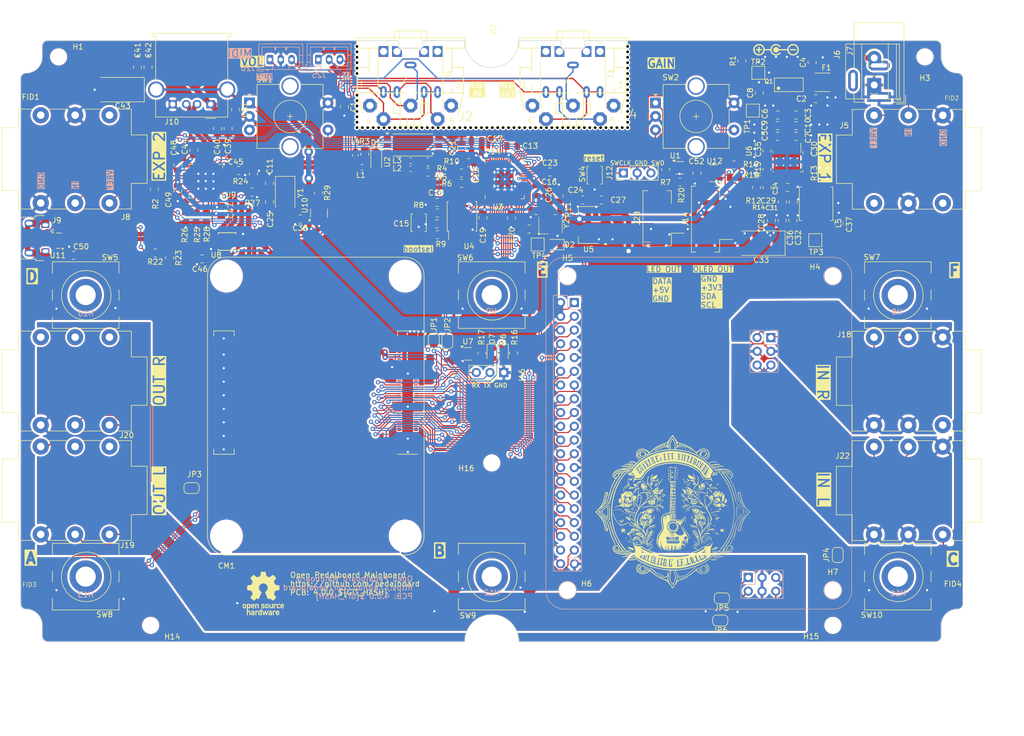
<source format=kicad_pcb>
(kicad_pcb
	(version 20240108)
	(generator "pcbnew")
	(generator_version "8.0")
	(general
		(thickness 1.6)
		(legacy_teardrops no)
	)
	(paper "A4")
	(title_block
		(title "Open Pedalboard Mainboard")
		(date "2024-10-16")
		(rev "4.0.0")
		(company "https://github.com/pedalboard")
		(comment 1 "Source Code: https://github.com/pedalboard/pedalboard-hw")
		(comment 2 "License: CERN Open Hardware Licence Version 2 - Permissive")
		(comment 3 "Git commit hash: ${GIT_HASH} ")
	)
	(layers
		(0 "F.Cu" signal)
		(31 "B.Cu" signal)
		(32 "B.Adhes" user "B.Adhesive")
		(33 "F.Adhes" user "F.Adhesive")
		(34 "B.Paste" user)
		(35 "F.Paste" user)
		(36 "B.SilkS" user "B.Silkscreen")
		(37 "F.SilkS" user "F.Silkscreen")
		(38 "B.Mask" user)
		(39 "F.Mask" user)
		(40 "Dwgs.User" user "User.Drawings")
		(41 "Cmts.User" user "User.Comments")
		(42 "Eco1.User" user "User.Eco1")
		(43 "Eco2.User" user "User.Eco2")
		(44 "Edge.Cuts" user)
		(45 "Margin" user)
		(46 "B.CrtYd" user "B.Courtyard")
		(47 "F.CrtYd" user "F.Courtyard")
		(48 "B.Fab" user)
		(49 "F.Fab" user)
		(50 "User.1" user)
		(51 "User.2" user)
		(52 "User.3" user)
		(53 "User.4" user)
		(54 "User.5" user)
		(55 "User.6" user)
		(56 "User.7" user)
		(57 "User.8" user)
		(58 "User.9" user)
	)
	(setup
		(stackup
			(layer "F.SilkS"
				(type "Top Silk Screen")
			)
			(layer "F.Paste"
				(type "Top Solder Paste")
			)
			(layer "F.Mask"
				(type "Top Solder Mask")
				(thickness 0.01)
			)
			(layer "F.Cu"
				(type "copper")
				(thickness 0.035)
			)
			(layer "dielectric 1"
				(type "core")
				(thickness 1.51)
				(material "FR4")
				(epsilon_r 4.5)
				(loss_tangent 0.02)
			)
			(layer "B.Cu"
				(type "copper")
				(thickness 0.035)
			)
			(layer "B.Mask"
				(type "Bottom Solder Mask")
				(thickness 0.01)
			)
			(layer "B.Paste"
				(type "Bottom Solder Paste")
			)
			(layer "B.SilkS"
				(type "Bottom Silk Screen")
			)
			(copper_finish "None")
			(dielectric_constraints no)
		)
		(pad_to_mask_clearance 0)
		(allow_soldermask_bridges_in_footprints no)
		(aux_axis_origin 18.005615 130.994385)
		(grid_origin 18 20)
		(pcbplotparams
			(layerselection 0x00010fc_ffffffff)
			(plot_on_all_layers_selection 0x0000000_00000000)
			(disableapertmacros no)
			(usegerberextensions no)
			(usegerberattributes yes)
			(usegerberadvancedattributes yes)
			(creategerberjobfile yes)
			(dashed_line_dash_ratio 12.000000)
			(dashed_line_gap_ratio 3.000000)
			(svgprecision 4)
			(plotframeref no)
			(viasonmask no)
			(mode 1)
			(useauxorigin no)
			(hpglpennumber 1)
			(hpglpenspeed 20)
			(hpglpendiameter 15.000000)
			(pdf_front_fp_property_popups yes)
			(pdf_back_fp_property_popups yes)
			(dxfpolygonmode yes)
			(dxfimperialunits yes)
			(dxfusepcbnewfont yes)
			(psnegative no)
			(psa4output no)
			(plotreference yes)
			(plotvalue yes)
			(plotfptext yes)
			(plotinvisibletext no)
			(sketchpadsonfab no)
			(subtractmaskfromsilk no)
			(outputformat 1)
			(mirror no)
			(drillshape 1)
			(scaleselection 1)
			(outputdirectory "")
		)
	)
	(net 0 "")
	(net 1 "GND")
	(net 2 "Net-(J25-Pin_2)")
	(net 3 "/LEDs/RGB_DATA")
	(net 4 "Net-(C30-Pad1)")
	(net 5 "Net-(C26-Pad1)")
	(net 6 "Net-(U9-XTALIN{slash}CLKIN)")
	(net 7 "+3V3")
	(net 8 "+1V1")
	(net 9 "/Audio/CM4_GPIO13")
	(net 10 "/Audio/CM4_GPIO16")
	(net 11 "/Audio/conf_i2c_sda")
	(net 12 "/Audio/conf_i2c_scl")
	(net 13 "/MIDI/EXT_MIDI_RX")
	(net 14 "/MIDI/EXT_MIDI_TX")
	(net 15 "/Audio/audio_pcm_clk")
	(net 16 "/Audio/audio_in_stereo")
	(net 17 "/MIDI/XIN")
	(net 18 "Net-(U9-XTALOUT)")
	(net 19 "/MIDI/A_EXP1")
	(net 20 "unconnected-(CM1A-Ethernet_Pair3_P-Pad3)")
	(net 21 "/MIDI/~{USB_BOOT}")
	(net 22 "unconnected-(CM1A-Ethernet_Pair1_P-Pad4)")
	(net 23 "/MIDI/SWCLK")
	(net 24 "/Power Supply/polarity_checked")
	(net 25 "/Audio/audio_pcm_fs")
	(net 26 "/Audio/audio_out_stereo")
	(net 27 "/Audio/audio_pcm_din")
	(net 28 "/Audio/audio_pcm_dout")
	(net 29 "unconnected-(CM1A-Ethernet_Pair3_N-Pad5)")
	(net 30 "unconnected-(CM1A-Ethernet_Pair1_N-Pad6)")
	(net 31 "unconnected-(CM1A-Ethernet_Pair2_N-Pad9)")
	(net 32 "unconnected-(CM1A-Ethernet_Pair0_N-Pad10)")
	(net 33 "unconnected-(CM1A-Ethernet_Pair2_P-Pad11)")
	(net 34 "unconnected-(CM1A-Ethernet_Pair0_P-Pad12)")
	(net 35 "unconnected-(CM1A-Ethernet_nLED3(3.3v)-Pad15)")
	(net 36 "unconnected-(CM1A-Ethernet_SYNC_IN(1.8v)-Pad16)")
	(net 37 "unconnected-(CM1A-Ethernet_nLED2(3.3v)-Pad17)")
	(net 38 "unconnected-(CM1A-Ethernet_SYNC_OUT(1.8v)-Pad18)")
	(net 39 "unconnected-(CM1A-Ethernet_nLED1(3.3v)-Pad19)")
	(net 40 "/MIDI/SW_D")
	(net 41 "/MIDI/SW_E")
	(net 42 "/MIDI/SW_F")
	(net 43 "/MIDI/SW_A")
	(net 44 "/MIDI/SW_B")
	(net 45 "/MIDI/SW_C")
	(net 46 "/MIDI/ROT_VOL_A")
	(net 47 "/MIDI/ROT_VOL_B")
	(net 48 "/MIDI/SW_VOL")
	(net 49 "/MIDI/ROT_GAIN_A")
	(net 50 "/MIDI/ROT_GAIN_B")
	(net 51 "/MIDI/SW_GAIN")
	(net 52 "Net-(C31-Pad1)")
	(net 53 "Net-(U6-COMP)")
	(net 54 "unconnected-(CM1A-EEPROM_nWP-Pad20)")
	(net 55 "unconnected-(CM1A-SD_CLK-Pad57)")
	(net 56 "unconnected-(CM1A-SD_DAT3-Pad61)")
	(net 57 "Net-(L3-Pad2)")
	(net 58 "Net-(U6-FB)")
	(net 59 "unconnected-(CM1A-SD_CMD-Pad62)")
	(net 60 "unconnected-(CM1A-SD_DAT0-Pad63)")
	(net 61 "unconnected-(CM1A-SD_DAT5-Pad64)")
	(net 62 "Net-(D6-A)")
	(net 63 "Net-(D7-K)")
	(net 64 "unconnected-(CM1A-SD_DAT1-Pad67)")
	(net 65 "/Audio/in_R-")
	(net 66 "/Audio/GND_in_R")
	(net 67 "/Audio/in_R+")
	(net 68 "/Audio/in_L-")
	(net 69 "/Audio/GND_in_L")
	(net 70 "/Audio/in_L+")
	(net 71 "/Audio/GND_out")
	(net 72 "unconnected-(CM1A-SD_DAT4-Pad68)")
	(net 73 "unconnected-(CM1A-SD_DAT2-Pad69)")
	(net 74 "/Power Supply/fused")
	(net 75 "+5VP")
	(net 76 "unconnected-(CM1A-SD_DAT7-Pad70)")
	(net 77 "unconnected-(CM1A-SD_DAT6-Pad72)")
	(net 78 "unconnected-(CM1A-SD_VDD_Override-Pad73)")
	(net 79 "/MIDI/SWD")
	(net 80 "/Power Supply/unfused")
	(net 81 "unconnected-(CM1A-SD_PWR_ON-Pad75)")
	(net 82 "unconnected-(CM1A-Reserved-Pad76)")
	(net 83 "unconnected-(CM1A-SCL0-Pad80)")
	(net 84 "unconnected-(CM1A-SDA0-Pad82)")
	(net 85 "unconnected-(CM1A-+1.8v_(Output)-Pad88)")
	(net 86 "unconnected-(CM1A-WiFi_nDisable-Pad89)")
	(net 87 "unconnected-(CM1A-+1.8v_(Output)-Pad90)")
	(net 88 "unconnected-(CM1A-BT_nDisable-Pad91)")
	(net 89 "unconnected-(CM1A-RUN_PG-Pad92)")
	(net 90 "unconnected-(CM1A-nRPIBOOT-Pad93)")
	(net 91 "Net-(D7-A)")
	(net 92 "unconnected-(CM1A-AnalogIP1-Pad94)")
	(net 93 "unconnected-(CM1A-AnalogIP0-Pad96)")
	(net 94 "unconnected-(CM1A-Camera_GPIO-Pad97)")
	(net 95 "/Audio/CM4_3V")
	(net 96 "/Audio/CM4_GPIO6")
	(net 97 "/Audio/CM4_GPIO12")
	(net 98 "/Audio/CM4_GPIO5")
	(net 99 "/Audio/CM4_ID_SC")
	(net 100 "/Audio/CM4_ID_SD")
	(net 101 "/Audio/CM4_GPIO7")
	(net 102 "/Audio/CM4_GPIO11")
	(net 103 "/Audio/CM4_GPIO8")
	(net 104 "/Audio/CM4_GPIO9")
	(net 105 "/Audio/CM4_GPIO25")
	(net 106 "/Audio/CM4_GPIO10")
	(net 107 "/Audio/CM4_GPIO24")
	(net 108 "/Audio/CM4_GPIO22")
	(net 109 "/Audio/CM4_GPIO23")
	(net 110 "/Audio/CM4_GPIO17")
	(net 111 "/Audio/INT_MIDI_RX")
	(net 112 "/Audio/CM4_GPIO4")
	(net 113 "/Audio/INT_MIDI_TX")
	(net 114 "unconnected-(CM1A-Global_EN-Pad99)")
	(net 115 "unconnected-(CM1B-PCIe_CLK_nREQ-Pad102)")
	(net 116 "unconnected-(CM1B-Reserved-Pad104)")
	(net 117 "unconnected-(CM1B-Reserved-Pad106)")
	(net 118 "unconnected-(CM1B-PCIe_nRST-Pad109)")
	(net 119 "unconnected-(CM1B-PCIe_CLK_P-Pad110)")
	(net 120 "unconnected-(CM1B-VDAC_COMP-Pad111)")
	(net 121 "unconnected-(CM1B-PCIe_CLK_N-Pad112)")
	(net 122 "unconnected-(CM1B-CAM1_D0_N-Pad115)")
	(net 123 "unconnected-(CM1B-PCIe_RX_P-Pad116)")
	(net 124 "unconnected-(CM1B-CAM1_D0_P-Pad117)")
	(net 125 "unconnected-(CM1B-PCIe_RX_N-Pad118)")
	(net 126 "unconnected-(CM1B-CAM1_D1_N-Pad121)")
	(net 127 "/Audio/CM4_LED_ACT")
	(net 128 "unconnected-(CM1B-PCIe_TX_P-Pad122)")
	(net 129 "unconnected-(CM1B-CAM1_D1_P-Pad123)")
	(net 130 "unconnected-(CM1B-PCIe_TX_N-Pad124)")
	(net 131 "unconnected-(CM1B-CAM1_C_N-Pad127)")
	(net 132 "unconnected-(CM1B-CAM0_D0_N-Pad128)")
	(net 133 "unconnected-(CM1B-CAM1_C_P-Pad129)")
	(net 134 "unconnected-(CM1B-CAM0_D0_P-Pad130)")
	(net 135 "unconnected-(CM1B-CAM1_D2_N-Pad133)")
	(net 136 "unconnected-(CM1B-CAM0_D1_N-Pad134)")
	(net 137 "unconnected-(CM1B-CAM1_D2_P-Pad135)")
	(net 138 "unconnected-(CM1B-CAM0_D1_P-Pad136)")
	(net 139 "unconnected-(CM1B-CAM1_D3_N-Pad139)")
	(net 140 "unconnected-(CM1B-CAM0_C_N-Pad140)")
	(net 141 "unconnected-(CM1B-CAM1_D3_P-Pad141)")
	(net 142 "unconnected-(CM1B-CAM0_C_P-Pad142)")
	(net 143 "unconnected-(CM1B-HDMI1_HOTPLUG-Pad143)")
	(net 144 "unconnected-(CM1B-HDMI1_SDA-Pad145)")
	(net 145 "unconnected-(CM1B-HDMI1_TX2_P-Pad146)")
	(net 146 "unconnected-(CM1B-HDMI1_SCL-Pad147)")
	(net 147 "unconnected-(CM1B-HDMI1_TX2_N-Pad148)")
	(net 148 "unconnected-(CM1B-HDMI1_CEC-Pad149)")
	(net 149 "unconnected-(CM1B-HDMI0_CEC-Pad151)")
	(net 150 "unconnected-(CM1B-HDMI1_TX1_P-Pad152)")
	(net 151 "unconnected-(CM1B-HDMI0_HOTPLUG-Pad153)")
	(net 152 "unconnected-(CM1B-HDMI1_TX1_N-Pad154)")
	(net 153 "unconnected-(CM1B-DSI0_D0_N-Pad157)")
	(net 154 "/MIDI/A_EXP2")
	(net 155 "unconnected-(CM1B-HDMI1_TX0_P-Pad158)")
	(net 156 "unconnected-(CM1B-DSI0_D0_P-Pad159)")
	(net 157 "unconnected-(CM1B-HDMI1_TX0_N-Pad160)")
	(net 158 "unconnected-(CM1B-DSI0_D1_N-Pad163)")
	(net 159 "unconnected-(CM1B-HDMI1_CLK_P-Pad164)")
	(net 160 "unconnected-(CM1B-DSI0_D1_P-Pad165)")
	(net 161 "unconnected-(CM1B-HDMI1_CLK_N-Pad166)")
	(net 162 "unconnected-(CM1B-DSI0_C_N-Pad169)")
	(net 163 "unconnected-(CM1B-HDMI0_TX2_P-Pad170)")
	(net 164 "unconnected-(CM1B-DSI0_C_P-Pad171)")
	(net 165 "unconnected-(CM1B-HDMI0_TX2_N-Pad172)")
	(net 166 "unconnected-(CM1B-DSI1_D0_N-Pad175)")
	(net 167 "unconnected-(CM1B-HDMI0_TX1_P-Pad176)")
	(net 168 "unconnected-(CM1B-DSI1_D0_P-Pad177)")
	(net 169 "unconnected-(CM1B-HDMI0_TX1_N-Pad178)")
	(net 170 "unconnected-(CM1B-DSI1_D1_N-Pad181)")
	(net 171 "unconnected-(CM1B-HDMI0_TX0_P-Pad182)")
	(net 172 "unconnected-(CM1B-DSI1_D1_P-Pad183)")
	(net 173 "unconnected-(CM1B-HDMI0_TX0_N-Pad184)")
	(net 174 "unconnected-(CM1B-DSI1_C_N-Pad187)")
	(net 175 "unconnected-(CM1B-HDMI0_CLK_P-Pad188)")
	(net 176 "unconnected-(CM1B-DSI1_C_P-Pad189)")
	(net 177 "unconnected-(CM1B-HDMI0_CLK_N-Pad190)")
	(net 178 "unconnected-(CM1B-DSI1_D2_N-Pad193)")
	(net 179 "unconnected-(CM1B-DSI1_D3_N-Pad194)")
	(net 180 "unconnected-(CM1B-DSI1_D2_P-Pad195)")
	(net 181 "unconnected-(CM1B-DSI1_D3_P-Pad196)")
	(net 182 "unconnected-(CM1B-HDMI0_SDA-Pad199)")
	(net 183 "unconnected-(CM1B-HDMI0_SCL-Pad200)")
	(net 184 "Net-(D1-K)")
	(net 185 "Net-(D1-A)")
	(net 186 "Net-(J25-Pin_1)")
	(net 187 "Net-(J25-Pin_3)")
	(net 188 "Net-(U6-BST)")
	(net 189 "Net-(J26-Pin_1)")
	(net 190 "Net-(U6-SS)")
	(net 191 "Net-(J26-Pin_3)")
	(net 192 "unconnected-(J8-PadSN)")
	(net 193 "unconnected-(J2-Pad1)")
	(net 194 "unconnected-(J2-Pad3)")
	(net 195 "Net-(J8-PadT)")
	(net 196 "unconnected-(J8-PadTN)")
	(net 197 "/Connectivity/VBUS")
	(net 198 "Net-(JP6-B)")
	(net 199 "unconnected-(J4-Pad1)")
	(net 200 "unconnected-(J19-PadRN)")
	(net 201 "Net-(J27-out_L)")
	(net 202 "unconnected-(J19-PadTN)")
	(net 203 "Net-(JP5-B)")
	(net 204 "Net-(JP3-A)")
	(net 205 "unconnected-(J20-PadRN)")
	(net 206 "unconnected-(J20-PadSN)")
	(net 207 "Net-(J27-out_R)")
	(net 208 "Net-(JP4-A)")
	(net 209 "unconnected-(J20-PadTN)")
	(net 210 "Net-(JP1-B)")
	(net 211 "Net-(JP2-B)")
	(net 212 "Net-(L2-Pad2)")
	(net 213 "/Audio/CM4_LED_PWR")
	(net 214 "Net-(JP6-A)")
	(net 215 "Net-(JP5-A)")
	(net 216 "Net-(L4-Pad2)")
	(net 217 "unconnected-(J4-Pad3)")
	(net 218 "Net-(U3-USB_DP)")
	(net 219 "Net-(U1-A)")
	(net 220 "/MIDI/XOUT")
	(net 221 "/MIDI/QSPI_SCLK")
	(net 222 "/MIDI/QSPI_SS")
	(net 223 "/MIDI/QSPI_SD1")
	(net 224 "/MIDI/QSPI_SD2")
	(net 225 "/MIDI/QSPI_SD0")
	(net 226 "/MIDI/QSPI_SD3")
	(net 227 "Net-(U3-USB_DM)")
	(net 228 "Net-(U3-RUN)")
	(net 229 "unconnected-(U2-NC-Pad2)")
	(net 230 "Net-(D2-A)")
	(net 231 "unconnected-(U3-GPIO12-Pad15)")
	(net 232 "unconnected-(U3-GPIO13-Pad16)")
	(net 233 "/MIDI/I2C_SCL")
	(net 234 "/MIDI/I2C_SDA")
	(net 235 "unconnected-(U3-GPIO14-Pad17)")
	(net 236 "unconnected-(U3-GPIO15-Pad18)")
	(net 237 "unconnected-(J5-PadSN)")
	(net 238 "Net-(J5-PadT)")
	(net 239 "unconnected-(J5-PadTN)")
	(net 240 "unconnected-(J7-Pad3)")
	(net 241 "unconnected-(J18-PadSN)")
	(net 242 "unconnected-(U3-GPIO22-Pad34)")
	(net 243 "/Power Supply/switch")
	(net 244 "unconnected-(U3-GPIO23-Pad35)")
	(net 245 "unconnected-(U3-GPIO26_ADC0-Pad38)")
	(net 246 "unconnected-(U3-GPIO29_ADC3-Pad41)")
	(net 247 "Net-(J28-Pin_3)")
	(net 248 "Net-(U1-Y)")
	(net 249 "Net-(U3-GPIO10)")
	(net 250 "Net-(CM1B-USB_OTG_ID)")
	(net 251 "Net-(J9-VBUS)")
	(net 252 "Net-(U9-RBIAS)")
	(net 253 "Net-(U9-SCL{slash}SMBCLK{slash}CFG_SEL0)")
	(net 254 "Net-(U9-SDA{slash}SMBDATA{slash}NON_REM1)")
	(net 255 "Net-(U9-SUSP_IND{slash}LOCAL_PWR{slash}NON_REM0)")
	(net 256 "Net-(U9-HS_IND{slash}CFG_SEL1)")
	(net 257 "Net-(U10-ILIM)")
	(net 258 "/Audio/nEXTRST")
	(net 259 "/Connectivity/nOCS1")
	(net 260 "unconnected-(U9-TEST-Pad11)")
	(net 261 "Net-(U10-EN)")
	(net 262 "unconnected-(U9-PLLFILT-Pad34)")
	(net 263 "unconnected-(U9-USBDM_DN3{slash}PRT_DIS_M3-Pad6)")
	(net 264 "unconnected-(U9-CRFILT-Pad14)")
	(net 265 "unconnected-(U9-PRTPWR2{slash}BC_EN2-Pad16)")
	(net 266 "unconnected-(U9-PRTPWR4{slash}BC_EN4-Pad20)")
	(net 267 "unconnected-(U9-USBDP_DN3{slash}PRT_DIS_P3-Pad7)")
	(net 268 "unconnected-(U9-USBDM_DN4{slash}PRT_DIS_M4-Pad8)")
	(net 269 "unconnected-(U9-PRTPWR3{slash}BC_EN3-Pad18)")
	(net 270 "unconnected-(J9-ID-Pad4)")
	(net 271 "unconnected-(U9-USBDP_DN4{slash}PRT_DIS_P4-Pad9)")
	(net 272 "/Connectivity/USB_CM_N")
	(net 273 "/Connectivity/USB_CM_P")
	(net 274 "Net-(J9-Shield)")
	(net 275 "Net-(J10-Shield)")
	(net 276 "/Connectivity/USB_OUT_N")
	(net 277 "/Connectivity/USB_OUT_P")
	(net 278 "/Connectivity/USB_RP_P")
	(net 279 "/Connectivity/USB_RP_N")
	(net 280 "/Connectivity/USB_UP_P")
	(net 281 "/Connectivity/USB_UP_N")
	(net 282 "/Connectivity/USB_D_P")
	(net 283 "/Connectivity/USB_D_N")
	(net 284 "unconnected-(U11-NC-Pad7)")
	(net 285 "unconnected-(U11-NC-Pad6)")
	(net 286 "unconnected-(U11-D1+-Pad1)")
	(net 287 "unconnected-(U11-NC-Pad10)")
	(net 288 "unconnected-(U11-NC-Pad9)")
	(net 289 "unconnected-(U11-D1--Pad2)")
	(footprint "TestPoint:TestPoint_Pad_2.0x2.0mm" (layer "F.Cu") (at 164.76 56.86))
	(footprint "Resistor_SMD:R_0805_2012Metric" (layer "F.Cu") (at 149.85 45.25 180))
	(footprint "Resistor_SMD:R_0805_2012Metric" (layer "F.Cu") (at 111.89 54.81))
	(footprint "Capacitor_SMD:C_0805_2012Metric" (layer "F.Cu") (at 115.75 44.27))
	(footprint "Capacitor_SMD:C_0805_2012Metric" (layer "F.Cu") (at 47.01 42.96 90))
	(footprint "MountingHole:MountingHole_2.7mm_M2.5_DIN965" (layer "F.Cu") (at 168 121.5))
	(footprint "Fiducial:Fiducial_1.5mm_Mask3mm" (layer "F.Cu") (at 20 28))
	(footprint "Resistor_SMD:R_0805_2012Metric" (layer "F.Cu") (at 99.4 44.46))
	(footprint "Pedalboard Library:Jack_3.5mm_CUI_SJ1-3525N_Horizontal" (layer "F.Cu") (at 120 24.5 180))
	(footprint "Capacitor_SMD:C_0805_2012Metric" (layer "F.Cu") (at 99.44 39.85 90))
	(footprint "Capacitor_SMD:C_0805_2012Metric" (layer "F.Cu") (at 47.01 47.74 -90))
	(footprint "Capacitor_SMD:C_0805_2012Metric" (layer "F.Cu") (at 155.84 47.16 90))
	(footprint "Fiducial:Fiducial_1.5mm_Mask3mm" (layer "F.Cu") (at 190.005615 27.994385))
	(footprint "Symbol:OSHW-Logo_7.5x8mm_SilkScreen" (layer "F.Cu") (at 62.8 122.1))
	(footprint "TestPoint:TestPoint_Pad_2.0x2.0mm" (layer "F.Cu") (at 153.22 32.93))
	(footprint "Resistor_SMD:R_0805_2012Metric" (layer "F.Cu") (at 94.9375 55.85))
	(footprint "Pedalboard Library:Jack_6.35mm_Horizontal" (layer "F.Cu") (at 34.4 50 180))
	(footprint "Pedalboard Library:Jack_6.35mm_Horizontal" (layer "F.Cu") (at 34.4 111.2 180))
	(footprint "Capacitor_SMD:C_0805_2012Metric" (layer "F.Cu") (at 156.65 53.22 90))
	(footprint "Pedalboard Library:BarrelJack_Wuerth_6941xx301002" (layer "F.Cu") (at 176.5372 30.3886 180))
	(footprint "Package_TO_SOT_SMD:SOT-223-3_TabPin2" (layer "F.Cu") (at 122.89 54.05 180))
	(footprint "Resistor_SMD:R_0805_2012Metric" (layer "F.Cu") (at 139.7676 46.1366 180))
	(footprint "TerminalBlock_Phoenix:TerminalBlock_Phoenix_MKDS-1,5-2_1x02_P5.00mm_Horizontal" (layer "F.Cu") (at 175.6372 28.1986 90))
	(footprint "Capacitor_SMD:C_0805_2012Metric" (layer "F.Cu") (at 121.81 49.42 180))
	(footprint "Capacitor_SMD:C_0805_2012Metric" (layer "F.Cu") (at 49.98 40.26 90))
	(footprint "Capacitor_Tantalum_SMD:CP_EIA-7343-31_Kemet-D" (layer "F.Cu") (at 36.415 29.0424 180))
	(footprint "Button_Switch_SMD:SW_SPST_B3U-1000P" (layer "F.Cu") (at 124.01 44.86 90))
	(footprint "Resistor_SMD:R_0805_2012Metric" (layer "F.Cu") (at 99.4 46.36))
	(footprint "Capacitor_SMD:C_0805_2012Metric" (layer "F.Cu") (at 58.24 43.99))
	(footprint "Capacitor_SMD:C_0805_2012Metric"
		(layer "F.Cu")
		(uuid "2a5bf248-a685-4628-8c7f-2c6e01c002eb")
		(at 94.8875 53.85 180)
		(descr "Capacitor SMD 0805 (2012 Metric), square (rectangular) end terminal, IPC_7351 nominal, (Body size source: IPC-SM-78
... [5698879 chars truncated]
</source>
